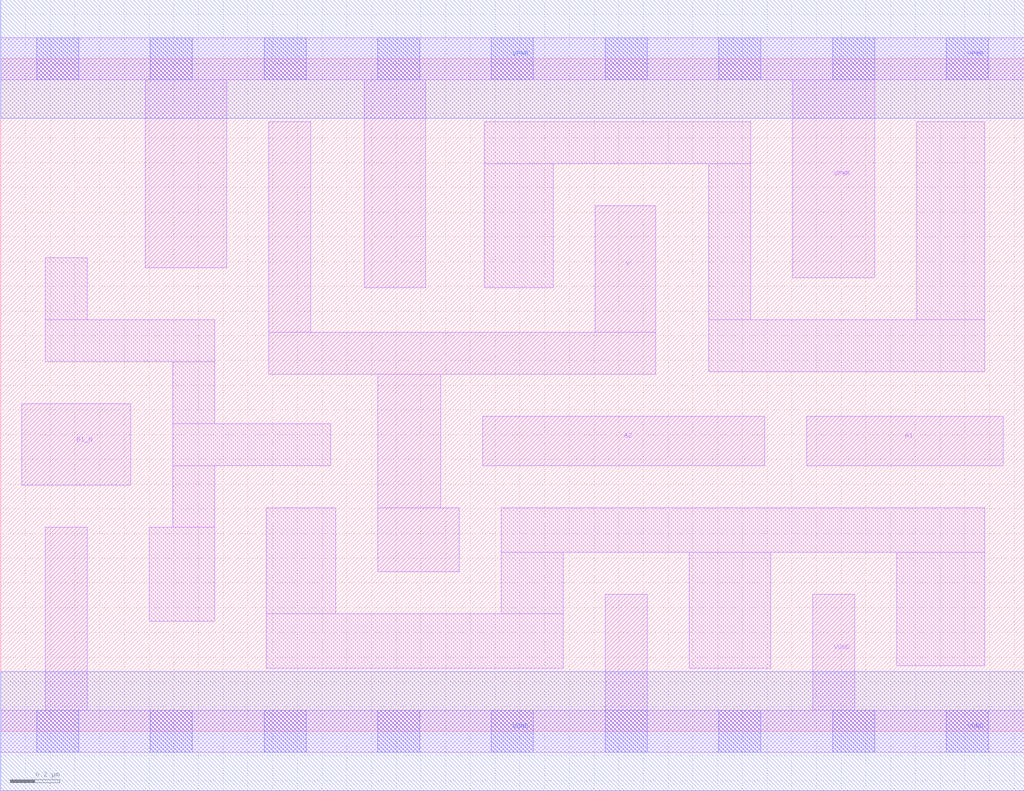
<source format=lef>
# Copyright 2020 The SkyWater PDK Authors
#
# Licensed under the Apache License, Version 2.0 (the "License");
# you may not use this file except in compliance with the License.
# You may obtain a copy of the License at
#
#     https://www.apache.org/licenses/LICENSE-2.0
#
# Unless required by applicable law or agreed to in writing, software
# distributed under the License is distributed on an "AS IS" BASIS,
# WITHOUT WARRANTIES OR CONDITIONS OF ANY KIND, either express or implied.
# See the License for the specific language governing permissions and
# limitations under the License.
#
# SPDX-License-Identifier: Apache-2.0

VERSION 5.7 ;
  NAMESCASESENSITIVE ON ;
  NOWIREEXTENSIONATPIN ON ;
  DIVIDERCHAR "/" ;
  BUSBITCHARS "[]" ;
UNITS
  DATABASE MICRONS 200 ;
END UNITS
MACRO sky130_fd_sc_hd__o21bai_2
  CLASS CORE ;
  SOURCE USER ;
  FOREIGN sky130_fd_sc_hd__o21bai_2 ;
  ORIGIN  0.000000  0.000000 ;
  SIZE  4.140000 BY  2.720000 ;
  SYMMETRY X Y R90 ;
  SITE unithd ;
  PIN A1
    ANTENNAGATEAREA  0.495000 ;
    DIRECTION INPUT ;
    USE SIGNAL ;
    PORT
      LAYER li1 ;
        RECT 3.260000 1.075000 4.055000 1.275000 ;
    END
  END A1
  PIN A2
    ANTENNAGATEAREA  0.495000 ;
    DIRECTION INPUT ;
    USE SIGNAL ;
    PORT
      LAYER li1 ;
        RECT 1.950000 1.075000 3.090000 1.275000 ;
    END
  END A2
  PIN B1_N
    ANTENNAGATEAREA  0.126000 ;
    DIRECTION INPUT ;
    USE SIGNAL ;
    PORT
      LAYER li1 ;
        RECT 0.085000 0.995000 0.525000 1.325000 ;
    END
  END B1_N
  PIN Y
    ANTENNADIFFAREA  0.715500 ;
    DIRECTION OUTPUT ;
    USE SIGNAL ;
    PORT
      LAYER li1 ;
        RECT 1.085000 1.445000 2.650000 1.615000 ;
        RECT 1.085000 1.615000 1.255000 2.465000 ;
        RECT 1.525000 0.645000 1.855000 0.905000 ;
        RECT 1.525000 0.905000 1.780000 1.445000 ;
        RECT 2.405000 1.615000 2.650000 2.125000 ;
    END
  END Y
  PIN VGND
    DIRECTION INOUT ;
    SHAPE ABUTMENT ;
    USE GROUND ;
    PORT
      LAYER li1 ;
        RECT 0.000000 -0.085000 4.140000 0.085000 ;
        RECT 0.180000  0.085000 0.350000 0.825000 ;
        RECT 2.445000  0.085000 2.615000 0.555000 ;
        RECT 3.285000  0.085000 3.455000 0.555000 ;
      LAYER mcon ;
        RECT 0.145000 -0.085000 0.315000 0.085000 ;
        RECT 0.605000 -0.085000 0.775000 0.085000 ;
        RECT 1.065000 -0.085000 1.235000 0.085000 ;
        RECT 1.525000 -0.085000 1.695000 0.085000 ;
        RECT 1.985000 -0.085000 2.155000 0.085000 ;
        RECT 2.445000 -0.085000 2.615000 0.085000 ;
        RECT 2.905000 -0.085000 3.075000 0.085000 ;
        RECT 3.365000 -0.085000 3.535000 0.085000 ;
        RECT 3.825000 -0.085000 3.995000 0.085000 ;
      LAYER met1 ;
        RECT 0.000000 -0.240000 4.140000 0.240000 ;
    END
  END VGND
  PIN VPWR
    DIRECTION INOUT ;
    SHAPE ABUTMENT ;
    USE POWER ;
    PORT
      LAYER li1 ;
        RECT 0.000000 2.635000 4.140000 2.805000 ;
        RECT 0.585000 1.875000 0.915000 2.635000 ;
        RECT 1.470000 1.795000 1.720000 2.635000 ;
        RECT 3.205000 1.835000 3.535000 2.635000 ;
      LAYER mcon ;
        RECT 0.145000 2.635000 0.315000 2.805000 ;
        RECT 0.605000 2.635000 0.775000 2.805000 ;
        RECT 1.065000 2.635000 1.235000 2.805000 ;
        RECT 1.525000 2.635000 1.695000 2.805000 ;
        RECT 1.985000 2.635000 2.155000 2.805000 ;
        RECT 2.445000 2.635000 2.615000 2.805000 ;
        RECT 2.905000 2.635000 3.075000 2.805000 ;
        RECT 3.365000 2.635000 3.535000 2.805000 ;
        RECT 3.825000 2.635000 3.995000 2.805000 ;
      LAYER met1 ;
        RECT 0.000000 2.480000 4.140000 2.960000 ;
    END
  END VPWR
  OBS
    LAYER li1 ;
      RECT 0.180000 1.495000 0.865000 1.665000 ;
      RECT 0.180000 1.665000 0.350000 1.915000 ;
      RECT 0.600000 0.445000 0.865000 0.825000 ;
      RECT 0.695000 0.825000 0.865000 1.075000 ;
      RECT 0.695000 1.075000 1.335000 1.245000 ;
      RECT 0.695000 1.245000 0.865000 1.495000 ;
      RECT 1.075000 0.255000 2.275000 0.475000 ;
      RECT 1.075000 0.475000 1.355000 0.905000 ;
      RECT 1.955000 1.795000 2.235000 2.295000 ;
      RECT 1.955000 2.295000 3.035000 2.465000 ;
      RECT 2.025000 0.475000 2.275000 0.725000 ;
      RECT 2.025000 0.725000 3.980000 0.905000 ;
      RECT 2.785000 0.255000 3.115000 0.725000 ;
      RECT 2.865000 1.455000 3.980000 1.665000 ;
      RECT 2.865000 1.665000 3.035000 2.295000 ;
      RECT 3.625000 0.265000 3.980000 0.725000 ;
      RECT 3.705000 1.665000 3.980000 2.465000 ;
  END
END sky130_fd_sc_hd__o21bai_2

</source>
